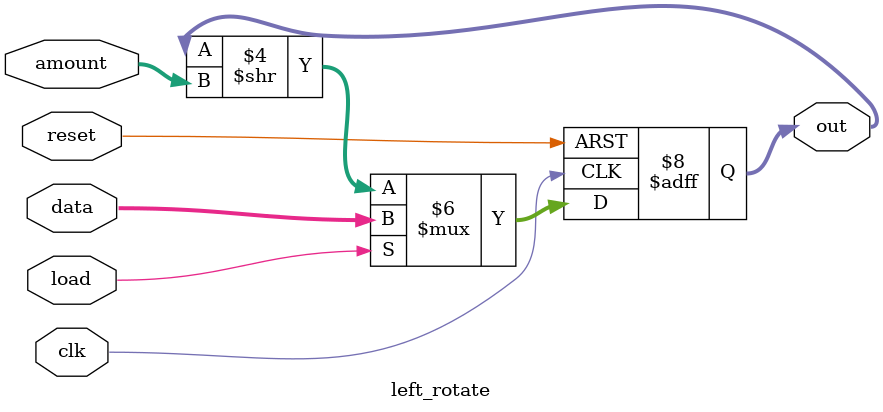
<source format=v>
module left_rotate(clk,reset,amount,data,load,out);
input clk,reset;
input [2:0] amount;
input [7:0] data;
input load;
output reg [7:0] out;
// when load is high, load data to out
// otherwise rotate the out register followed by left shift the out register by amount bits
always @(posedge clk,posedge reset)
begin
if(reset==1'b1)
out<=8'b00000000;
else
begin
if(load==1'b1)
out<=data;
else
begin
out<=out>>amount;
end
end
end
endmodule

</source>
